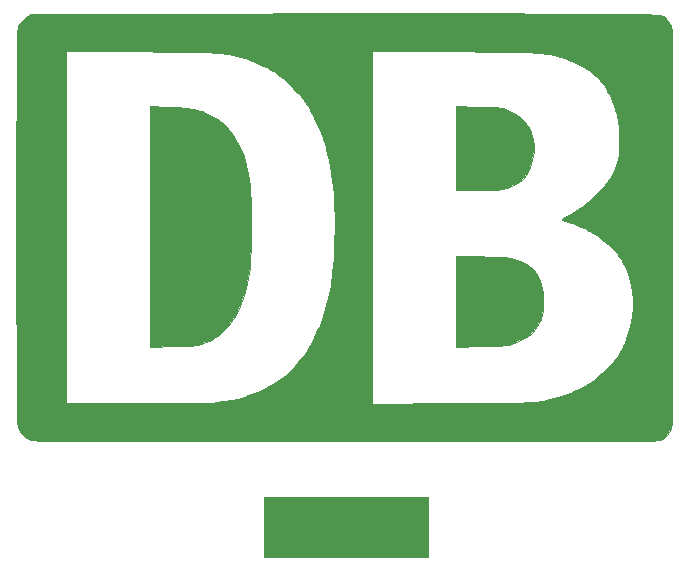
<source format=gbr>
G04 #@! TF.GenerationSoftware,KiCad,Pcbnew,5.1.4+dfsg1-1*
G04 #@! TF.CreationDate,2019-11-21T16:22:44-08:00*
G04 #@! TF.ProjectId,deutsche-bahn-sao,64657574-7363-4686-952d-6261686e2d73,rev?*
G04 #@! TF.SameCoordinates,PX70a3730PY3bf3e68*
G04 #@! TF.FileFunction,Soldermask,Top*
G04 #@! TF.FilePolarity,Negative*
%FSLAX46Y46*%
G04 Gerber Fmt 4.6, Leading zero omitted, Abs format (unit mm)*
G04 Created by KiCad (PCBNEW 5.1.4+dfsg1-1) date 2019-11-21 16:22:44*
%MOMM*%
%LPD*%
G04 APERTURE LIST*
%ADD10C,0.010000*%
%ADD11C,0.100000*%
G04 APERTURE END LIST*
D10*
G36*
X44204466Y-13247799D02*
G01*
X44852052Y-13264054D01*
X45356645Y-13283149D01*
X45744588Y-13307352D01*
X46042221Y-13338933D01*
X46275885Y-13380162D01*
X46471921Y-13433307D01*
X46511934Y-13446590D01*
X47246576Y-13771423D01*
X47850164Y-14199728D01*
X48077966Y-14424367D01*
X48359049Y-14764776D01*
X48562144Y-15104904D01*
X48713209Y-15499677D01*
X48838202Y-16004018D01*
X48848804Y-16055405D01*
X48918795Y-16447870D01*
X48942773Y-16761989D01*
X48922842Y-17081768D01*
X48881663Y-17367738D01*
X48689229Y-18128765D01*
X48379650Y-18790421D01*
X47961935Y-19339229D01*
X47445093Y-19761713D01*
X47185163Y-19905778D01*
X46866071Y-20046242D01*
X46544877Y-20153669D01*
X46192596Y-20232101D01*
X45780245Y-20285576D01*
X45278840Y-20318135D01*
X44659396Y-20333817D01*
X44091795Y-20336933D01*
X42362966Y-20336933D01*
X42362966Y-13208351D01*
X44204466Y-13247799D01*
X44204466Y-13247799D01*
G37*
X44204466Y-13247799D02*
X44852052Y-13264054D01*
X45356645Y-13283149D01*
X45744588Y-13307352D01*
X46042221Y-13338933D01*
X46275885Y-13380162D01*
X46471921Y-13433307D01*
X46511934Y-13446590D01*
X47246576Y-13771423D01*
X47850164Y-14199728D01*
X48077966Y-14424367D01*
X48359049Y-14764776D01*
X48562144Y-15104904D01*
X48713209Y-15499677D01*
X48838202Y-16004018D01*
X48848804Y-16055405D01*
X48918795Y-16447870D01*
X48942773Y-16761989D01*
X48922842Y-17081768D01*
X48881663Y-17367738D01*
X48689229Y-18128765D01*
X48379650Y-18790421D01*
X47961935Y-19339229D01*
X47445093Y-19761713D01*
X47185163Y-19905778D01*
X46866071Y-20046242D01*
X46544877Y-20153669D01*
X46192596Y-20232101D01*
X45780245Y-20285576D01*
X45278840Y-20318135D01*
X44659396Y-20333817D01*
X44091795Y-20336933D01*
X42362966Y-20336933D01*
X42362966Y-13208351D01*
X44204466Y-13247799D01*
G36*
X45083904Y-25928604D02*
G01*
X45680415Y-25940438D01*
X46155825Y-25961665D01*
X46534178Y-25993514D01*
X46839519Y-26037216D01*
X46945747Y-26058109D01*
X47734201Y-26288077D01*
X48385892Y-26614983D01*
X48904533Y-27043530D01*
X49293837Y-27578421D01*
X49557515Y-28224358D01*
X49699281Y-28986045D01*
X49727961Y-29582636D01*
X49668315Y-30449139D01*
X49484491Y-31202004D01*
X49172946Y-31846423D01*
X48730137Y-32387590D01*
X48152523Y-32830697D01*
X47436559Y-33180938D01*
X47219020Y-33260271D01*
X47004099Y-33331322D01*
X46808941Y-33386387D01*
X46607139Y-33427996D01*
X46372286Y-33458683D01*
X46077972Y-33480977D01*
X45697792Y-33497410D01*
X45205336Y-33510513D01*
X44574198Y-33522819D01*
X44458466Y-33524885D01*
X42362966Y-33562065D01*
X42362966Y-25924933D01*
X44342247Y-25924933D01*
X45083904Y-25928604D01*
X45083904Y-25928604D01*
G37*
X45083904Y-25928604D02*
X45680415Y-25940438D01*
X46155825Y-25961665D01*
X46534178Y-25993514D01*
X46839519Y-26037216D01*
X46945747Y-26058109D01*
X47734201Y-26288077D01*
X48385892Y-26614983D01*
X48904533Y-27043530D01*
X49293837Y-27578421D01*
X49557515Y-28224358D01*
X49699281Y-28986045D01*
X49727961Y-29582636D01*
X49668315Y-30449139D01*
X49484491Y-31202004D01*
X49172946Y-31846423D01*
X48730137Y-32387590D01*
X48152523Y-32830697D01*
X47436559Y-33180938D01*
X47219020Y-33260271D01*
X47004099Y-33331322D01*
X46808941Y-33386387D01*
X46607139Y-33427996D01*
X46372286Y-33458683D01*
X46077972Y-33480977D01*
X45697792Y-33497410D01*
X45205336Y-33510513D01*
X44574198Y-33522819D01*
X44458466Y-33524885D01*
X42362966Y-33562065D01*
X42362966Y-25924933D01*
X44342247Y-25924933D01*
X45083904Y-25928604D01*
G36*
X17915466Y-13249195D02*
G01*
X18747852Y-13293344D01*
X19489437Y-13364331D01*
X20118257Y-13459158D01*
X20612345Y-13574829D01*
X20815300Y-13644864D01*
X21586903Y-13993368D01*
X22220160Y-14365150D01*
X22746058Y-14783551D01*
X23195585Y-15271908D01*
X23461517Y-15637933D01*
X23807564Y-16203991D01*
X24095133Y-16789187D01*
X24334181Y-17423838D01*
X24534664Y-18138262D01*
X24706538Y-18962777D01*
X24851764Y-19871267D01*
X24881017Y-20171605D01*
X24905413Y-20610605D01*
X24924925Y-21161740D01*
X24939529Y-21798483D01*
X24949199Y-22494308D01*
X24953910Y-23222689D01*
X24953635Y-23957099D01*
X24948351Y-24671013D01*
X24938031Y-25337903D01*
X24922650Y-25931244D01*
X24902182Y-26424509D01*
X24876602Y-26791172D01*
X24858542Y-26940933D01*
X24634145Y-28134435D01*
X24362584Y-29178564D01*
X24038562Y-30088021D01*
X23656781Y-30877510D01*
X23211941Y-31561734D01*
X23176629Y-31608251D01*
X22945777Y-31883337D01*
X22676775Y-32164872D01*
X22401612Y-32423807D01*
X22152277Y-32631093D01*
X21960758Y-32757682D01*
X21883049Y-32782933D01*
X21793256Y-32829343D01*
X21788966Y-32849038D01*
X21757765Y-32897688D01*
X21649251Y-32964931D01*
X21441057Y-33061476D01*
X21110816Y-33198033D01*
X20815300Y-33315216D01*
X20655777Y-33370263D01*
X20475324Y-33413223D01*
X20248996Y-33446243D01*
X19951847Y-33471472D01*
X19558932Y-33491055D01*
X19045306Y-33507141D01*
X18423466Y-33521127D01*
X16454966Y-33560777D01*
X16454966Y-13199311D01*
X17915466Y-13249195D01*
X17915466Y-13249195D01*
G37*
X17915466Y-13249195D02*
X18747852Y-13293344D01*
X19489437Y-13364331D01*
X20118257Y-13459158D01*
X20612345Y-13574829D01*
X20815300Y-13644864D01*
X21586903Y-13993368D01*
X22220160Y-14365150D01*
X22746058Y-14783551D01*
X23195585Y-15271908D01*
X23461517Y-15637933D01*
X23807564Y-16203991D01*
X24095133Y-16789187D01*
X24334181Y-17423838D01*
X24534664Y-18138262D01*
X24706538Y-18962777D01*
X24851764Y-19871267D01*
X24881017Y-20171605D01*
X24905413Y-20610605D01*
X24924925Y-21161740D01*
X24939529Y-21798483D01*
X24949199Y-22494308D01*
X24953910Y-23222689D01*
X24953635Y-23957099D01*
X24948351Y-24671013D01*
X24938031Y-25337903D01*
X24922650Y-25931244D01*
X24902182Y-26424509D01*
X24876602Y-26791172D01*
X24858542Y-26940933D01*
X24634145Y-28134435D01*
X24362584Y-29178564D01*
X24038562Y-30088021D01*
X23656781Y-30877510D01*
X23211941Y-31561734D01*
X23176629Y-31608251D01*
X22945777Y-31883337D01*
X22676775Y-32164872D01*
X22401612Y-32423807D01*
X22152277Y-32631093D01*
X21960758Y-32757682D01*
X21883049Y-32782933D01*
X21793256Y-32829343D01*
X21788966Y-32849038D01*
X21757765Y-32897688D01*
X21649251Y-32964931D01*
X21441057Y-33061476D01*
X21110816Y-33198033D01*
X20815300Y-33315216D01*
X20655777Y-33370263D01*
X20475324Y-33413223D01*
X20248996Y-33446243D01*
X19951847Y-33471472D01*
X19558932Y-33491055D01*
X19045306Y-33507141D01*
X18423466Y-33521127D01*
X16454966Y-33560777D01*
X16454966Y-13199311D01*
X17915466Y-13249195D01*
G36*
X43993789Y-5350759D02*
G01*
X45759336Y-5351215D01*
X47388802Y-5352040D01*
X48887728Y-5353325D01*
X50261656Y-5355157D01*
X51516129Y-5357625D01*
X52656689Y-5360818D01*
X53688877Y-5364824D01*
X54618235Y-5369732D01*
X55450306Y-5375631D01*
X56190631Y-5382610D01*
X56844752Y-5390756D01*
X57418212Y-5400159D01*
X57916552Y-5410907D01*
X58345314Y-5423089D01*
X58710040Y-5436794D01*
X59016273Y-5452110D01*
X59269553Y-5469125D01*
X59475424Y-5487929D01*
X59639427Y-5508611D01*
X59767104Y-5531258D01*
X59863997Y-5555959D01*
X59935647Y-5582803D01*
X59987598Y-5611879D01*
X60025391Y-5643276D01*
X60054568Y-5677081D01*
X60080670Y-5713384D01*
X60109241Y-5752273D01*
X60138348Y-5786103D01*
X60304258Y-5997814D01*
X60466912Y-6258551D01*
X60489006Y-6300060D01*
X60508123Y-6340528D01*
X60525674Y-6389362D01*
X60541726Y-6453631D01*
X60556346Y-6540400D01*
X60569601Y-6656736D01*
X60581558Y-6809706D01*
X60592283Y-7006377D01*
X60601843Y-7253814D01*
X60610306Y-7559086D01*
X60617737Y-7929257D01*
X60624205Y-8371396D01*
X60629775Y-8892568D01*
X60634515Y-9499841D01*
X60638491Y-10200281D01*
X60641771Y-11000954D01*
X60644421Y-11908927D01*
X60646507Y-12931268D01*
X60648098Y-14075041D01*
X60649259Y-15347315D01*
X60650058Y-16755156D01*
X60650561Y-18305630D01*
X60650835Y-20005804D01*
X60650948Y-21862745D01*
X60650966Y-23421021D01*
X60650907Y-25408932D01*
X60650688Y-27234550D01*
X60650249Y-28904915D01*
X60649528Y-30427067D01*
X60648466Y-31808048D01*
X60647000Y-33054897D01*
X60645071Y-34174654D01*
X60642616Y-35174360D01*
X60639576Y-36061056D01*
X60635889Y-36841780D01*
X60631495Y-37523575D01*
X60626332Y-38113480D01*
X60620339Y-38618535D01*
X60613457Y-39045780D01*
X60605623Y-39402257D01*
X60596777Y-39695005D01*
X60586858Y-39931064D01*
X60575805Y-40117475D01*
X60563557Y-40261279D01*
X60550054Y-40369515D01*
X60535234Y-40449224D01*
X60519036Y-40507446D01*
X60502800Y-40548227D01*
X60206658Y-41008958D01*
X59808834Y-41345954D01*
X59595432Y-41454641D01*
X59553894Y-41467408D01*
X59488769Y-41479337D01*
X59394551Y-41490454D01*
X59265732Y-41500786D01*
X59096805Y-41510358D01*
X58882263Y-41519197D01*
X58616600Y-41527328D01*
X58294309Y-41534778D01*
X57909882Y-41541573D01*
X57457813Y-41547740D01*
X56932595Y-41553303D01*
X56328721Y-41558290D01*
X55640684Y-41562726D01*
X54862978Y-41566638D01*
X53990094Y-41570051D01*
X53016527Y-41572993D01*
X51936770Y-41575488D01*
X50745315Y-41577564D01*
X49436656Y-41579245D01*
X48005285Y-41580560D01*
X46445697Y-41581532D01*
X44752383Y-41582190D01*
X42919837Y-41582558D01*
X40942553Y-41582663D01*
X38815023Y-41582531D01*
X36531740Y-41582189D01*
X34087198Y-41581661D01*
X32891126Y-41581360D01*
X30359021Y-41580628D01*
X27990830Y-41579784D01*
X25781133Y-41578801D01*
X23724513Y-41577652D01*
X21815550Y-41576309D01*
X20048824Y-41574746D01*
X18418917Y-41572935D01*
X16920410Y-41570849D01*
X15547882Y-41568463D01*
X14295916Y-41565747D01*
X13159093Y-41562676D01*
X12131992Y-41559221D01*
X11209195Y-41555357D01*
X10385283Y-41551056D01*
X9654836Y-41546291D01*
X9012437Y-41541034D01*
X8452664Y-41535260D01*
X7970100Y-41528940D01*
X7559325Y-41522048D01*
X7214920Y-41514556D01*
X6931466Y-41506438D01*
X6703544Y-41497667D01*
X6525735Y-41488214D01*
X6392619Y-41478055D01*
X6298778Y-41467160D01*
X6238792Y-41455503D01*
X6216753Y-41448114D01*
X5821834Y-41196160D01*
X5480759Y-40829489D01*
X5252473Y-40422386D01*
X5235465Y-40370837D01*
X5219855Y-40301215D01*
X5205583Y-40206446D01*
X5192590Y-40079461D01*
X5180816Y-39913186D01*
X5170203Y-39700549D01*
X5160690Y-39434480D01*
X5152218Y-39107907D01*
X5144729Y-38713757D01*
X5140055Y-38380099D01*
X35250966Y-38380099D01*
X42087800Y-38345348D01*
X43327797Y-38338899D01*
X44410611Y-38332772D01*
X45348390Y-38326634D01*
X46153283Y-38320147D01*
X46837438Y-38312978D01*
X47413004Y-38304790D01*
X47892130Y-38295248D01*
X48286965Y-38284017D01*
X48609656Y-38270762D01*
X48872353Y-38255147D01*
X49087204Y-38236836D01*
X49266359Y-38215495D01*
X49421964Y-38190788D01*
X49566170Y-38162380D01*
X49686633Y-38135583D01*
X50226247Y-38011097D01*
X50637376Y-37913446D01*
X50956638Y-37831855D01*
X51220652Y-37755547D01*
X51466036Y-37673747D01*
X51729408Y-37575677D01*
X52047387Y-37450563D01*
X52140790Y-37413363D01*
X53059320Y-36979464D01*
X53928864Y-36437257D01*
X54725985Y-35807793D01*
X55427245Y-35112119D01*
X56009204Y-34371285D01*
X56448426Y-33606340D01*
X56495408Y-33502600D01*
X56614583Y-33229873D01*
X56715202Y-32998391D01*
X56753341Y-32909933D01*
X56921233Y-32428451D01*
X57068820Y-31811501D01*
X57199551Y-31044072D01*
X57226944Y-30849507D01*
X57286375Y-30388966D01*
X57319237Y-30037422D01*
X57325693Y-29736666D01*
X57305905Y-29428484D01*
X57260034Y-29054664D01*
X57232484Y-28860302D01*
X57158966Y-28420335D01*
X57069733Y-27988965D01*
X56977943Y-27625818D01*
X56921027Y-27448933D01*
X56758975Y-27052069D01*
X56578665Y-26665398D01*
X56402123Y-26332079D01*
X56251376Y-26095273D01*
X56197631Y-26031502D01*
X56098854Y-25904791D01*
X56078966Y-25850419D01*
X56014553Y-25725711D01*
X55838965Y-25524503D01*
X55578679Y-25268915D01*
X55260172Y-24981065D01*
X54909921Y-24683073D01*
X54554402Y-24397058D01*
X54220092Y-24145141D01*
X53933469Y-23949439D01*
X53721009Y-23832073D01*
X53634512Y-23808267D01*
X53530189Y-23751197D01*
X53524855Y-23740776D01*
X53427580Y-23661324D01*
X53206903Y-23543630D01*
X52900153Y-23402740D01*
X52544660Y-23253700D01*
X52177752Y-23111554D01*
X51836759Y-22991347D01*
X51559009Y-22908125D01*
X51381832Y-22876933D01*
X51381556Y-22876933D01*
X51267424Y-22831719D01*
X51277208Y-22734919D01*
X51401133Y-22646572D01*
X51533606Y-22581337D01*
X51760178Y-22455819D01*
X52039695Y-22294405D01*
X52331004Y-22121484D01*
X52592949Y-21961445D01*
X52784377Y-21838677D01*
X52861633Y-21781052D01*
X52950759Y-21710490D01*
X53134004Y-21580560D01*
X53282117Y-21479695D01*
X53507390Y-21308181D01*
X53802973Y-21055164D01*
X54122156Y-20761532D01*
X54298117Y-20590295D01*
X54926314Y-19901867D01*
X55411113Y-19222563D01*
X55772925Y-18518603D01*
X56032161Y-17756207D01*
X56048759Y-17692927D01*
X56111999Y-17314142D01*
X56146962Y-16811990D01*
X56155016Y-16229822D01*
X56137527Y-15610991D01*
X56095862Y-14998847D01*
X56031389Y-14436742D01*
X55945474Y-13968028D01*
X55929227Y-13902267D01*
X55822780Y-13529094D01*
X55694340Y-13135552D01*
X55557405Y-12756796D01*
X55425473Y-12427983D01*
X55312042Y-12184271D01*
X55230610Y-12060817D01*
X55219505Y-12053711D01*
X55148740Y-11957002D01*
X55147633Y-11941966D01*
X55102894Y-11829051D01*
X54988639Y-11632771D01*
X54901727Y-11501030D01*
X54341771Y-10827332D01*
X53643580Y-10221492D01*
X52830135Y-9699566D01*
X51924416Y-9277610D01*
X51506966Y-9129172D01*
X51204542Y-9034914D01*
X50907480Y-8951759D01*
X50603567Y-8879019D01*
X50280592Y-8816008D01*
X49926341Y-8762038D01*
X49528602Y-8716425D01*
X49075163Y-8678479D01*
X48553810Y-8647515D01*
X47952331Y-8622845D01*
X47258514Y-8603783D01*
X46460145Y-8589642D01*
X45545013Y-8579735D01*
X44500905Y-8573375D01*
X43315607Y-8569875D01*
X41976908Y-8568549D01*
X41537466Y-8568472D01*
X35250966Y-8568267D01*
X35250966Y-38380099D01*
X5140055Y-38380099D01*
X5138161Y-38244958D01*
X5132456Y-37694439D01*
X5127555Y-37055128D01*
X5123397Y-36319954D01*
X5119924Y-35481844D01*
X5117076Y-34533726D01*
X5114793Y-33468529D01*
X5113016Y-32279181D01*
X5111686Y-30958609D01*
X5110743Y-29499744D01*
X5110128Y-27895511D01*
X5109781Y-26138840D01*
X5109643Y-24222659D01*
X5109633Y-23432572D01*
X5109673Y-21458793D01*
X5109840Y-19647221D01*
X5110198Y-17990731D01*
X5110815Y-16482196D01*
X5111757Y-15114491D01*
X5113090Y-13880489D01*
X5114881Y-12773066D01*
X5117196Y-11785094D01*
X5120102Y-10909448D01*
X5123665Y-10139002D01*
X5127952Y-9466631D01*
X5133028Y-8885207D01*
X5136807Y-8568267D01*
X9342966Y-8568267D01*
X9342966Y-38370933D01*
X15333133Y-38366368D01*
X16343937Y-38364562D01*
X17319139Y-38360825D01*
X18243293Y-38355340D01*
X19100952Y-38348292D01*
X19876667Y-38339863D01*
X20554991Y-38330236D01*
X21120477Y-38319595D01*
X21557678Y-38308122D01*
X21851147Y-38296002D01*
X21958300Y-38287772D01*
X22679874Y-38193442D01*
X23293461Y-38087772D01*
X23860405Y-37958330D01*
X24442047Y-37792681D01*
X24518728Y-37768846D01*
X25730330Y-37310045D01*
X26827268Y-36727705D01*
X27813695Y-36018933D01*
X28693767Y-35180840D01*
X29310222Y-34433933D01*
X29516956Y-34156059D01*
X29688026Y-33926267D01*
X29795926Y-33781499D01*
X29814542Y-33756600D01*
X29904944Y-33605075D01*
X30045202Y-33334176D01*
X30218389Y-32980137D01*
X30407575Y-32579191D01*
X30595832Y-32167571D01*
X30766232Y-31781510D01*
X30901846Y-31457241D01*
X30961702Y-31301267D01*
X31265243Y-30375649D01*
X31513844Y-29423036D01*
X31710631Y-28420523D01*
X31858730Y-27345208D01*
X31961267Y-26174186D01*
X32021369Y-24884555D01*
X32042160Y-23453411D01*
X32042222Y-23384933D01*
X32039088Y-22508512D01*
X32027548Y-21767499D01*
X32005420Y-21128081D01*
X31970523Y-20556448D01*
X31920679Y-20018789D01*
X31853704Y-19481291D01*
X31767420Y-18910144D01*
X31744636Y-18770600D01*
X31654689Y-18273279D01*
X31545015Y-17739498D01*
X31425276Y-17210116D01*
X31305133Y-16725993D01*
X31194246Y-16327988D01*
X31104028Y-16061267D01*
X31036606Y-15884237D01*
X30941245Y-15622157D01*
X30886733Y-15468600D01*
X30778618Y-15187708D01*
X30637324Y-14856904D01*
X30480602Y-14513384D01*
X30326204Y-14194342D01*
X30191881Y-13936976D01*
X30095385Y-13778481D01*
X30065133Y-13747044D01*
X30005114Y-13649554D01*
X30001633Y-13613781D01*
X29955593Y-13492430D01*
X29836264Y-13285445D01*
X29706912Y-13091670D01*
X29527934Y-12835838D01*
X29375359Y-12613336D01*
X29304746Y-12507004D01*
X29197293Y-12374056D01*
X28996857Y-12154493D01*
X28733185Y-11878367D01*
X28436022Y-11575729D01*
X28135114Y-11276633D01*
X27860208Y-11011129D01*
X27641051Y-10809270D01*
X27541346Y-10725468D01*
X27167033Y-10445455D01*
X26893060Y-10261131D01*
X26731012Y-10180144D01*
X26710117Y-10176933D01*
X26605971Y-10122905D01*
X26600855Y-10113433D01*
X26511417Y-10043065D01*
X26303593Y-9924492D01*
X26014645Y-9776194D01*
X25681838Y-9616654D01*
X25342432Y-9464354D01*
X25048257Y-9343374D01*
X24465220Y-9150959D01*
X23767378Y-8973130D01*
X23009230Y-8821255D01*
X22245275Y-8706707D01*
X21755504Y-8656357D01*
X21473756Y-8640636D01*
X21039706Y-8625880D01*
X20470387Y-8612313D01*
X19782829Y-8600155D01*
X18994063Y-8589631D01*
X18121120Y-8580961D01*
X17181031Y-8574368D01*
X16190828Y-8570074D01*
X15167540Y-8568301D01*
X15003338Y-8568267D01*
X9342966Y-8568267D01*
X5136807Y-8568267D01*
X5138962Y-8387606D01*
X5145817Y-7966701D01*
X5153663Y-7615367D01*
X5162564Y-7326477D01*
X5172587Y-7092906D01*
X5183799Y-6907527D01*
X5196266Y-6763215D01*
X5210054Y-6652844D01*
X5225231Y-6569288D01*
X5241862Y-6505421D01*
X5260013Y-6454117D01*
X5268113Y-6434586D01*
X5467992Y-6101475D01*
X5755655Y-5780789D01*
X6075557Y-5528362D01*
X6267550Y-5429928D01*
X6371566Y-5422474D01*
X6641055Y-5415321D01*
X7072157Y-5408482D01*
X7661014Y-5401966D01*
X8403766Y-5395787D01*
X9296552Y-5389954D01*
X10335513Y-5384481D01*
X11516790Y-5379377D01*
X12836522Y-5374655D01*
X14290851Y-5370326D01*
X15875916Y-5366401D01*
X17587859Y-5362892D01*
X19422818Y-5359811D01*
X21376935Y-5357168D01*
X23446350Y-5354975D01*
X25627203Y-5353244D01*
X27915635Y-5351986D01*
X30307785Y-5351212D01*
X32799795Y-5350934D01*
X32930864Y-5350933D01*
X35459948Y-5350867D01*
X37825240Y-5350728D01*
X40032283Y-5350605D01*
X42086619Y-5350586D01*
X43993789Y-5350759D01*
X43993789Y-5350759D01*
G37*
X43993789Y-5350759D02*
X45759336Y-5351215D01*
X47388802Y-5352040D01*
X48887728Y-5353325D01*
X50261656Y-5355157D01*
X51516129Y-5357625D01*
X52656689Y-5360818D01*
X53688877Y-5364824D01*
X54618235Y-5369732D01*
X55450306Y-5375631D01*
X56190631Y-5382610D01*
X56844752Y-5390756D01*
X57418212Y-5400159D01*
X57916552Y-5410907D01*
X58345314Y-5423089D01*
X58710040Y-5436794D01*
X59016273Y-5452110D01*
X59269553Y-5469125D01*
X59475424Y-5487929D01*
X59639427Y-5508611D01*
X59767104Y-5531258D01*
X59863997Y-5555959D01*
X59935647Y-5582803D01*
X59987598Y-5611879D01*
X60025391Y-5643276D01*
X60054568Y-5677081D01*
X60080670Y-5713384D01*
X60109241Y-5752273D01*
X60138348Y-5786103D01*
X60304258Y-5997814D01*
X60466912Y-6258551D01*
X60489006Y-6300060D01*
X60508123Y-6340528D01*
X60525674Y-6389362D01*
X60541726Y-6453631D01*
X60556346Y-6540400D01*
X60569601Y-6656736D01*
X60581558Y-6809706D01*
X60592283Y-7006377D01*
X60601843Y-7253814D01*
X60610306Y-7559086D01*
X60617737Y-7929257D01*
X60624205Y-8371396D01*
X60629775Y-8892568D01*
X60634515Y-9499841D01*
X60638491Y-10200281D01*
X60641771Y-11000954D01*
X60644421Y-11908927D01*
X60646507Y-12931268D01*
X60648098Y-14075041D01*
X60649259Y-15347315D01*
X60650058Y-16755156D01*
X60650561Y-18305630D01*
X60650835Y-20005804D01*
X60650948Y-21862745D01*
X60650966Y-23421021D01*
X60650907Y-25408932D01*
X60650688Y-27234550D01*
X60650249Y-28904915D01*
X60649528Y-30427067D01*
X60648466Y-31808048D01*
X60647000Y-33054897D01*
X60645071Y-34174654D01*
X60642616Y-35174360D01*
X60639576Y-36061056D01*
X60635889Y-36841780D01*
X60631495Y-37523575D01*
X60626332Y-38113480D01*
X60620339Y-38618535D01*
X60613457Y-39045780D01*
X60605623Y-39402257D01*
X60596777Y-39695005D01*
X60586858Y-39931064D01*
X60575805Y-40117475D01*
X60563557Y-40261279D01*
X60550054Y-40369515D01*
X60535234Y-40449224D01*
X60519036Y-40507446D01*
X60502800Y-40548227D01*
X60206658Y-41008958D01*
X59808834Y-41345954D01*
X59595432Y-41454641D01*
X59553894Y-41467408D01*
X59488769Y-41479337D01*
X59394551Y-41490454D01*
X59265732Y-41500786D01*
X59096805Y-41510358D01*
X58882263Y-41519197D01*
X58616600Y-41527328D01*
X58294309Y-41534778D01*
X57909882Y-41541573D01*
X57457813Y-41547740D01*
X56932595Y-41553303D01*
X56328721Y-41558290D01*
X55640684Y-41562726D01*
X54862978Y-41566638D01*
X53990094Y-41570051D01*
X53016527Y-41572993D01*
X51936770Y-41575488D01*
X50745315Y-41577564D01*
X49436656Y-41579245D01*
X48005285Y-41580560D01*
X46445697Y-41581532D01*
X44752383Y-41582190D01*
X42919837Y-41582558D01*
X40942553Y-41582663D01*
X38815023Y-41582531D01*
X36531740Y-41582189D01*
X34087198Y-41581661D01*
X32891126Y-41581360D01*
X30359021Y-41580628D01*
X27990830Y-41579784D01*
X25781133Y-41578801D01*
X23724513Y-41577652D01*
X21815550Y-41576309D01*
X20048824Y-41574746D01*
X18418917Y-41572935D01*
X16920410Y-41570849D01*
X15547882Y-41568463D01*
X14295916Y-41565747D01*
X13159093Y-41562676D01*
X12131992Y-41559221D01*
X11209195Y-41555357D01*
X10385283Y-41551056D01*
X9654836Y-41546291D01*
X9012437Y-41541034D01*
X8452664Y-41535260D01*
X7970100Y-41528940D01*
X7559325Y-41522048D01*
X7214920Y-41514556D01*
X6931466Y-41506438D01*
X6703544Y-41497667D01*
X6525735Y-41488214D01*
X6392619Y-41478055D01*
X6298778Y-41467160D01*
X6238792Y-41455503D01*
X6216753Y-41448114D01*
X5821834Y-41196160D01*
X5480759Y-40829489D01*
X5252473Y-40422386D01*
X5235465Y-40370837D01*
X5219855Y-40301215D01*
X5205583Y-40206446D01*
X5192590Y-40079461D01*
X5180816Y-39913186D01*
X5170203Y-39700549D01*
X5160690Y-39434480D01*
X5152218Y-39107907D01*
X5144729Y-38713757D01*
X5140055Y-38380099D01*
X35250966Y-38380099D01*
X42087800Y-38345348D01*
X43327797Y-38338899D01*
X44410611Y-38332772D01*
X45348390Y-38326634D01*
X46153283Y-38320147D01*
X46837438Y-38312978D01*
X47413004Y-38304790D01*
X47892130Y-38295248D01*
X48286965Y-38284017D01*
X48609656Y-38270762D01*
X48872353Y-38255147D01*
X49087204Y-38236836D01*
X49266359Y-38215495D01*
X49421964Y-38190788D01*
X49566170Y-38162380D01*
X49686633Y-38135583D01*
X50226247Y-38011097D01*
X50637376Y-37913446D01*
X50956638Y-37831855D01*
X51220652Y-37755547D01*
X51466036Y-37673747D01*
X51729408Y-37575677D01*
X52047387Y-37450563D01*
X52140790Y-37413363D01*
X53059320Y-36979464D01*
X53928864Y-36437257D01*
X54725985Y-35807793D01*
X55427245Y-35112119D01*
X56009204Y-34371285D01*
X56448426Y-33606340D01*
X56495408Y-33502600D01*
X56614583Y-33229873D01*
X56715202Y-32998391D01*
X56753341Y-32909933D01*
X56921233Y-32428451D01*
X57068820Y-31811501D01*
X57199551Y-31044072D01*
X57226944Y-30849507D01*
X57286375Y-30388966D01*
X57319237Y-30037422D01*
X57325693Y-29736666D01*
X57305905Y-29428484D01*
X57260034Y-29054664D01*
X57232484Y-28860302D01*
X57158966Y-28420335D01*
X57069733Y-27988965D01*
X56977943Y-27625818D01*
X56921027Y-27448933D01*
X56758975Y-27052069D01*
X56578665Y-26665398D01*
X56402123Y-26332079D01*
X56251376Y-26095273D01*
X56197631Y-26031502D01*
X56098854Y-25904791D01*
X56078966Y-25850419D01*
X56014553Y-25725711D01*
X55838965Y-25524503D01*
X55578679Y-25268915D01*
X55260172Y-24981065D01*
X54909921Y-24683073D01*
X54554402Y-24397058D01*
X54220092Y-24145141D01*
X53933469Y-23949439D01*
X53721009Y-23832073D01*
X53634512Y-23808267D01*
X53530189Y-23751197D01*
X53524855Y-23740776D01*
X53427580Y-23661324D01*
X53206903Y-23543630D01*
X52900153Y-23402740D01*
X52544660Y-23253700D01*
X52177752Y-23111554D01*
X51836759Y-22991347D01*
X51559009Y-22908125D01*
X51381832Y-22876933D01*
X51381556Y-22876933D01*
X51267424Y-22831719D01*
X51277208Y-22734919D01*
X51401133Y-22646572D01*
X51533606Y-22581337D01*
X51760178Y-22455819D01*
X52039695Y-22294405D01*
X52331004Y-22121484D01*
X52592949Y-21961445D01*
X52784377Y-21838677D01*
X52861633Y-21781052D01*
X52950759Y-21710490D01*
X53134004Y-21580560D01*
X53282117Y-21479695D01*
X53507390Y-21308181D01*
X53802973Y-21055164D01*
X54122156Y-20761532D01*
X54298117Y-20590295D01*
X54926314Y-19901867D01*
X55411113Y-19222563D01*
X55772925Y-18518603D01*
X56032161Y-17756207D01*
X56048759Y-17692927D01*
X56111999Y-17314142D01*
X56146962Y-16811990D01*
X56155016Y-16229822D01*
X56137527Y-15610991D01*
X56095862Y-14998847D01*
X56031389Y-14436742D01*
X55945474Y-13968028D01*
X55929227Y-13902267D01*
X55822780Y-13529094D01*
X55694340Y-13135552D01*
X55557405Y-12756796D01*
X55425473Y-12427983D01*
X55312042Y-12184271D01*
X55230610Y-12060817D01*
X55219505Y-12053711D01*
X55148740Y-11957002D01*
X55147633Y-11941966D01*
X55102894Y-11829051D01*
X54988639Y-11632771D01*
X54901727Y-11501030D01*
X54341771Y-10827332D01*
X53643580Y-10221492D01*
X52830135Y-9699566D01*
X51924416Y-9277610D01*
X51506966Y-9129172D01*
X51204542Y-9034914D01*
X50907480Y-8951759D01*
X50603567Y-8879019D01*
X50280592Y-8816008D01*
X49926341Y-8762038D01*
X49528602Y-8716425D01*
X49075163Y-8678479D01*
X48553810Y-8647515D01*
X47952331Y-8622845D01*
X47258514Y-8603783D01*
X46460145Y-8589642D01*
X45545013Y-8579735D01*
X44500905Y-8573375D01*
X43315607Y-8569875D01*
X41976908Y-8568549D01*
X41537466Y-8568472D01*
X35250966Y-8568267D01*
X35250966Y-38380099D01*
X5140055Y-38380099D01*
X5138161Y-38244958D01*
X5132456Y-37694439D01*
X5127555Y-37055128D01*
X5123397Y-36319954D01*
X5119924Y-35481844D01*
X5117076Y-34533726D01*
X5114793Y-33468529D01*
X5113016Y-32279181D01*
X5111686Y-30958609D01*
X5110743Y-29499744D01*
X5110128Y-27895511D01*
X5109781Y-26138840D01*
X5109643Y-24222659D01*
X5109633Y-23432572D01*
X5109673Y-21458793D01*
X5109840Y-19647221D01*
X5110198Y-17990731D01*
X5110815Y-16482196D01*
X5111757Y-15114491D01*
X5113090Y-13880489D01*
X5114881Y-12773066D01*
X5117196Y-11785094D01*
X5120102Y-10909448D01*
X5123665Y-10139002D01*
X5127952Y-9466631D01*
X5133028Y-8885207D01*
X5136807Y-8568267D01*
X9342966Y-8568267D01*
X9342966Y-38370933D01*
X15333133Y-38366368D01*
X16343937Y-38364562D01*
X17319139Y-38360825D01*
X18243293Y-38355340D01*
X19100952Y-38348292D01*
X19876667Y-38339863D01*
X20554991Y-38330236D01*
X21120477Y-38319595D01*
X21557678Y-38308122D01*
X21851147Y-38296002D01*
X21958300Y-38287772D01*
X22679874Y-38193442D01*
X23293461Y-38087772D01*
X23860405Y-37958330D01*
X24442047Y-37792681D01*
X24518728Y-37768846D01*
X25730330Y-37310045D01*
X26827268Y-36727705D01*
X27813695Y-36018933D01*
X28693767Y-35180840D01*
X29310222Y-34433933D01*
X29516956Y-34156059D01*
X29688026Y-33926267D01*
X29795926Y-33781499D01*
X29814542Y-33756600D01*
X29904944Y-33605075D01*
X30045202Y-33334176D01*
X30218389Y-32980137D01*
X30407575Y-32579191D01*
X30595832Y-32167571D01*
X30766232Y-31781510D01*
X30901846Y-31457241D01*
X30961702Y-31301267D01*
X31265243Y-30375649D01*
X31513844Y-29423036D01*
X31710631Y-28420523D01*
X31858730Y-27345208D01*
X31961267Y-26174186D01*
X32021369Y-24884555D01*
X32042160Y-23453411D01*
X32042222Y-23384933D01*
X32039088Y-22508512D01*
X32027548Y-21767499D01*
X32005420Y-21128081D01*
X31970523Y-20556448D01*
X31920679Y-20018789D01*
X31853704Y-19481291D01*
X31767420Y-18910144D01*
X31744636Y-18770600D01*
X31654689Y-18273279D01*
X31545015Y-17739498D01*
X31425276Y-17210116D01*
X31305133Y-16725993D01*
X31194246Y-16327988D01*
X31104028Y-16061267D01*
X31036606Y-15884237D01*
X30941245Y-15622157D01*
X30886733Y-15468600D01*
X30778618Y-15187708D01*
X30637324Y-14856904D01*
X30480602Y-14513384D01*
X30326204Y-14194342D01*
X30191881Y-13936976D01*
X30095385Y-13778481D01*
X30065133Y-13747044D01*
X30005114Y-13649554D01*
X30001633Y-13613781D01*
X29955593Y-13492430D01*
X29836264Y-13285445D01*
X29706912Y-13091670D01*
X29527934Y-12835838D01*
X29375359Y-12613336D01*
X29304746Y-12507004D01*
X29197293Y-12374056D01*
X28996857Y-12154493D01*
X28733185Y-11878367D01*
X28436022Y-11575729D01*
X28135114Y-11276633D01*
X27860208Y-11011129D01*
X27641051Y-10809270D01*
X27541346Y-10725468D01*
X27167033Y-10445455D01*
X26893060Y-10261131D01*
X26731012Y-10180144D01*
X26710117Y-10176933D01*
X26605971Y-10122905D01*
X26600855Y-10113433D01*
X26511417Y-10043065D01*
X26303593Y-9924492D01*
X26014645Y-9776194D01*
X25681838Y-9616654D01*
X25342432Y-9464354D01*
X25048257Y-9343374D01*
X24465220Y-9150959D01*
X23767378Y-8973130D01*
X23009230Y-8821255D01*
X22245275Y-8706707D01*
X21755504Y-8656357D01*
X21473756Y-8640636D01*
X21039706Y-8625880D01*
X20470387Y-8612313D01*
X19782829Y-8600155D01*
X18994063Y-8589631D01*
X18121120Y-8580961D01*
X17181031Y-8574368D01*
X16190828Y-8570074D01*
X15167540Y-8568301D01*
X15003338Y-8568267D01*
X9342966Y-8568267D01*
X5136807Y-8568267D01*
X5138962Y-8387606D01*
X5145817Y-7966701D01*
X5153663Y-7615367D01*
X5162564Y-7326477D01*
X5172587Y-7092906D01*
X5183799Y-6907527D01*
X5196266Y-6763215D01*
X5210054Y-6652844D01*
X5225231Y-6569288D01*
X5241862Y-6505421D01*
X5260013Y-6454117D01*
X5268113Y-6434586D01*
X5467992Y-6101475D01*
X5755655Y-5780789D01*
X6075557Y-5528362D01*
X6267550Y-5429928D01*
X6371566Y-5422474D01*
X6641055Y-5415321D01*
X7072157Y-5408482D01*
X7661014Y-5401966D01*
X8403766Y-5395787D01*
X9296552Y-5389954D01*
X10335513Y-5384481D01*
X11516790Y-5379377D01*
X12836522Y-5374655D01*
X14290851Y-5370326D01*
X15875916Y-5366401D01*
X17587859Y-5362892D01*
X19422818Y-5359811D01*
X21376935Y-5357168D01*
X23446350Y-5354975D01*
X25627203Y-5353244D01*
X27915635Y-5351986D01*
X30307785Y-5351212D01*
X32799795Y-5350934D01*
X32930864Y-5350933D01*
X35459948Y-5350867D01*
X37825240Y-5350728D01*
X40032283Y-5350605D01*
X42086619Y-5350586D01*
X43993789Y-5350759D01*
D11*
G36*
X40005000Y-51435000D02*
G01*
X26035000Y-51435000D01*
X26035000Y-46291500D01*
X40005000Y-46291500D01*
X40005000Y-51435000D01*
X40005000Y-51435000D01*
G37*
M02*

</source>
